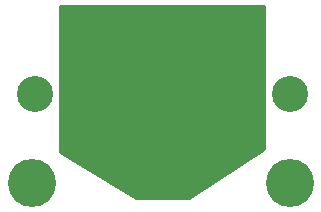
<source format=gbs>
G04 (created by PCBNEW (2013-june-11)-stable) date Wed 28 May 2014 08:32:28 PM PDT*
%MOIN*%
G04 Gerber Fmt 3.4, Leading zero omitted, Abs format*
%FSLAX34Y34*%
G01*
G70*
G90*
G04 APERTURE LIST*
%ADD10C,0.00590551*%
%ADD11C,0.45*%
%ADD12C,0.12*%
%ADD13C,0.16*%
%ADD14C,0.01*%
G04 APERTURE END LIST*
G54D10*
G54D11*
X57350Y-58950D03*
G54D12*
X53100Y-58950D03*
X61600Y-58950D03*
G54D13*
X53000Y-61900D03*
X61600Y-61900D03*
G54D10*
G36*
X60750Y-60772D02*
X58235Y-62400D01*
X56464Y-62400D01*
X53950Y-60871D01*
X53950Y-56000D01*
X60750Y-56000D01*
X60750Y-60772D01*
X60750Y-60772D01*
G37*
G54D14*
X60750Y-60772D02*
X58235Y-62400D01*
X56464Y-62400D01*
X53950Y-60871D01*
X53950Y-56000D01*
X60750Y-56000D01*
X60750Y-60772D01*
M02*

</source>
